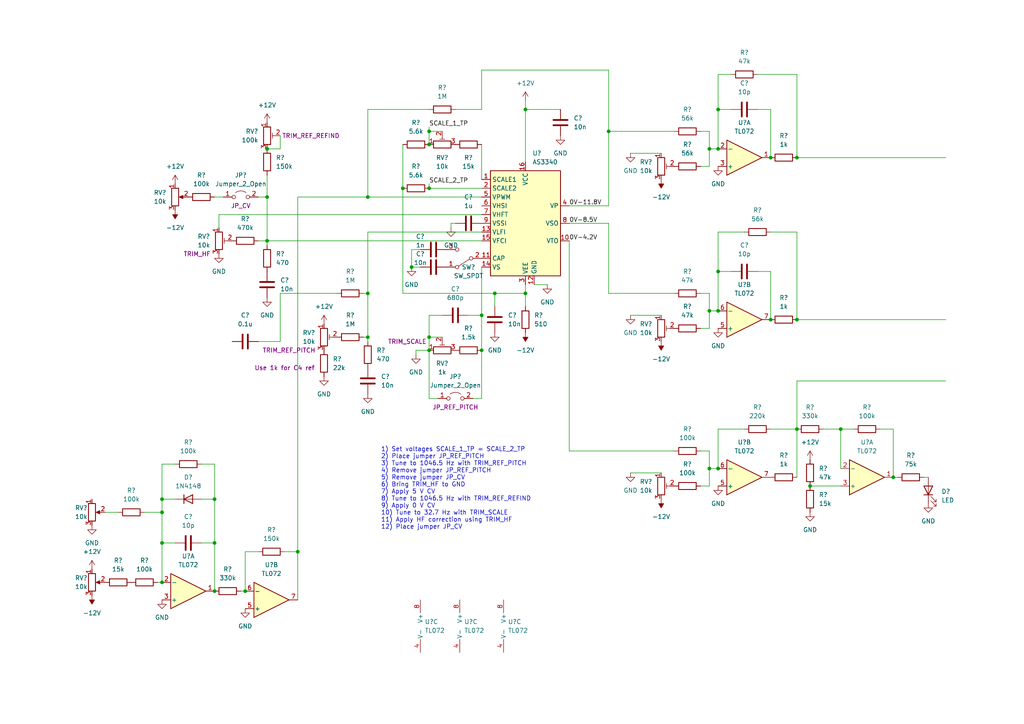
<source format=kicad_sch>
(kicad_sch (version 20211123) (generator eeschema)
  (paper "A4")
  (lib_symbols
    (symbol "Amplifier_Operational:TL072" (pin_names (offset 0.127))
      (property "Reference" "U" (at 0 5.08 0))
      (property "Value" "TL072" (at 0 -5.08 0))
      (symbol "TL072_1_1"
        (polyline (pts (xy -5.08 5.08) (xy 5.08 0) (xy -5.08 -5.08) (xy -5.08 5.08)) (stroke (width 0.254)) (fill (type background)))
        (pin output line (at 7.62 0 180) (length 2.54) (name "~") (number "1"))
        (pin input line (at -7.62 -2.54 0) (length 2.54) (name "-") (number "2"))
        (pin input line (at -7.62 2.54 0) (length 2.54) (name "+") (number "3"))
      )
      (symbol "TL072_2_1"
        (polyline (pts (xy -5.08 5.08) (xy 5.08 0) (xy -5.08 -5.08) (xy -5.08 5.08)) (stroke (width 0.254)) (fill (type background)))
        (pin input line (at -7.62 2.54 0) (length 2.54) (name "+") (number "5"))
        (pin input line (at -7.62 -2.54 0) (length 2.54) (name "-") (number "6"))
        (pin output line (at 7.62 0 180) (length 2.54) (name "~") (number "7"))
      )
      (symbol "TL072_3_1"
        (pin power_in line (at -2.54 -7.62 90) (length 3.81) (name "V-") (number "4"))
        (pin power_in line (at -2.54 7.62 270) (length 3.81) (name "V+") (number "8"))
      )
    )
    (symbol "Audio:AS3340"
      (property "Reference" "U" (at -5.08 17.78 0))
      (property "Value" "AS3340" (at 5.08 17.78 0))
      (symbol "AS3340_0_1"
        (rectangle (start -10.16 15.24) (end 10.16 -15.24) (stroke (width 0.254)) (fill (type background)))
      )
      (symbol "AS3340_1_1"
        (pin input line (at -12.7 12.7 0) (length 2.54) (name "SCALE1") (number "1"))
        (pin output line (at 12.7 -5.08 180) (length 2.54) (name "VTO") (number "10"))
        (pin passive line (at -12.7 -10.16 0) (length 2.54) (name "CAP") (number "11"))
        (pin power_in line (at 2.54 -17.78 90) (length 2.54) (name "GND") (number "12"))
        (pin input line (at -12.7 -2.54 0) (length 2.54) (name "VLFI") (number "13"))
        (pin passive line (at -12.7 -12.7 0) (length 2.54) (name "VS") (number "14"))
        (pin input line (at -12.7 -5.08 0) (length 2.54) (name "VFCI") (number "15"))
        (pin power_in line (at 0 17.78 270) (length 2.54) (name "VCC") (number "16"))
        (pin input line (at -12.7 10.16 0) (length 2.54) (name "SCALE2") (number "2"))
        (pin power_in line (at 0 -17.78 90) (length 2.54) (name "VEE") (number "3"))
        (pin output line (at 12.7 5.08 180) (length 2.54) (name "VP") (number "4"))
        (pin input line (at -12.7 7.62 0) (length 2.54) (name "VPWM") (number "5"))
        (pin input line (at -12.7 5.08 0) (length 2.54) (name "VHSI") (number "6"))
        (pin input line (at -12.7 2.54 0) (length 2.54) (name "VHFT") (number "7"))
        (pin output line (at 12.7 0 180) (length 2.54) (name "VSO") (number "8"))
        (pin input line (at -12.7 0 0) (length 2.54) (name "VSSI") (number "9"))
      )
    )
    (symbol "Device:C" (pin_numbers hide) (pin_names (offset 0.254))
      (property "Reference" "C" (at 0.635 2.54 0))
      (property "Value" "C" (at 0.635 -2.54 0))
      (symbol "C_0_1"
        (polyline (pts (xy -2.032 -0.762) (xy 2.032 -0.762)) (stroke (width 0.508)))
        (polyline (pts (xy -2.032 0.762) (xy 2.032 0.762)) (stroke (width 0.508)))
      )
      (symbol "C_1_1"
        (pin passive line (at 0 3.81 270) (length 2.794) (name "~") (number "1"))
        (pin passive line (at 0 -3.81 90) (length 2.794) (name "~") (number "2"))
      )
    )
    (symbol "Device:LED" (pin_numbers hide) (pin_names (offset 1.016) hide)
      (property "Reference" "D" (at 0 2.54 0))
      (property "Value" "LED" (at 0 -2.54 0))
      (symbol "LED_0_1"
        (polyline (pts (xy -1.27 -1.27) (xy -1.27 1.27)) (stroke (width 0.254)))
        (polyline (pts (xy -1.27 0) (xy 1.27 0)))
        (polyline (pts (xy 1.27 -1.27) (xy 1.27 1.27) (xy -1.27 0) (xy 1.27 -1.27)) (stroke (width 0.254)))
        (polyline (pts (xy -3.048 -0.762) (xy -4.572 -2.286) (xy -3.81 -2.286) (xy -4.572 -2.286) (xy -4.572 -1.524)))
        (polyline (pts (xy -1.778 -0.762) (xy -3.302 -2.286) (xy -2.54 -2.286) (xy -3.302 -2.286) (xy -3.302 -1.524)))
      )
      (symbol "LED_1_1"
        (pin passive line (at -3.81 0 0) (length 2.54) (name "K") (number "1"))
        (pin passive line (at 3.81 0 180) (length 2.54) (name "A") (number "2"))
      )
    )
    (symbol "Device:R" (pin_numbers hide) (pin_names (offset 0))
      (property "Reference" "R" (at 2.032 0 90))
      (property "Value" "R" (at 0 0 90))
      (symbol "R_0_1"
        (rectangle (start -1.016 -2.54) (end 1.016 2.54) (stroke (width 0.254)))
      )
      (symbol "R_1_1"
        (pin passive line (at 0 3.81 270) (length 1.27) (name "~") (number "1"))
        (pin passive line (at 0 -3.81 90) (length 1.27) (name "~") (number "2"))
      )
    )
    (symbol "Device:R_Potentiometer" (pin_names (offset 1.016) hide)
      (property "Reference" "RV" (at -4.445 0 90))
      (property "Value" "R_Potentiometer" (at -2.54 0 90))
      (symbol "R_Potentiometer_0_1"
        (polyline (pts (xy 2.54 0) (xy 1.524 0)))
        (polyline (pts (xy 1.143 0) (xy 2.286 0.508) (xy 2.286 -0.508) (xy 1.143 0)) (fill (type outline)))
        (rectangle (start 1.016 2.54) (end -1.016 -2.54) (stroke (width 0.254)))
      )
      (symbol "R_Potentiometer_1_1"
        (pin passive line (at 0 3.81 270) (length 1.27) (name "1") (number "1"))
        (pin passive line (at 3.81 0 180) (length 1.27) (name "2") (number "2"))
        (pin passive line (at 0 -3.81 90) (length 1.27) (name "3") (number "3"))
      )
    )
    (symbol "Device:R_Potentiometer_Trim" (pin_names (offset 1.016) hide)
      (property "Reference" "RV" (at -4.445 0 90))
      (property "Value" "R_Potentiometer_Trim" (at -2.54 0 90))
      (symbol "R_Potentiometer_Trim_0_1"
        (polyline (pts (xy 1.524 0.762) (xy 1.524 -0.762)))
        (polyline (pts (xy 2.54 0) (xy 1.524 0)))
        (rectangle (start 1.016 2.54) (end -1.016 -2.54) (stroke (width 0.254)))
      )
      (symbol "R_Potentiometer_Trim_1_1"
        (pin passive line (at 0 3.81 270) (length 1.27) (name "1") (number "1"))
        (pin passive line (at 3.81 0 180) (length 1.27) (name "2") (number "2"))
        (pin passive line (at 0 -3.81 90) (length 1.27) (name "3") (number "3"))
      )
    )
    (symbol "Diode:1N4148" (pin_numbers hide) (pin_names hide)
      (property "Reference" "D" (at 0 2.54 0))
      (property "Value" "1N4148" (at 0 -2.54 0))
      (symbol "1N4148_0_1"
        (polyline (pts (xy -1.27 1.27) (xy -1.27 -1.27)) (stroke (width 0.254)))
        (polyline (pts (xy 1.27 0) (xy -1.27 0)))
        (polyline (pts (xy 1.27 1.27) (xy 1.27 -1.27) (xy -1.27 0) (xy 1.27 1.27)) (stroke (width 0.254)))
      )
      (symbol "1N4148_1_1"
        (pin passive line (at -3.81 0 0) (length 2.54) (name "K") (number "1"))
        (pin passive line (at 3.81 0 180) (length 2.54) (name "A") (number "2"))
      )
    )
    (symbol "Jumper:Jumper_2_Open" (pin_names (offset 0) hide)
      (property "Reference" "JP" (at 0 2.794 0))
      (property "Value" "Jumper_2_Open" (at 0 -2.286 0))
      (symbol "Jumper_2_Open_0_0"
        (circle (center -2.032 0) (radius 0.508))
        (circle (center 2.032 0) (radius 0.508))
      )
      (symbol "Jumper_2_Open_0_1"
        (arc (start 1.524 1.27) (mid 0 1.778) (end -1.524 1.27))
      )
      (symbol "Jumper_2_Open_1_1"
        (pin passive line (at -5.08 0 0) (length 2.54) (name "A") (number "1"))
        (pin passive line (at 5.08 0 180) (length 2.54) (name "B") (number "2"))
      )
    )
    (symbol "Switch:SW_SPDT" (pin_names (offset 0) hide)
      (property "Reference" "SW" (at 0 4.318 0))
      (property "Value" "SW_SPDT" (at 0 -5.08 0))
      (symbol "SW_SPDT_0_0"
        (circle (center -2.032 0) (radius 0.508))
        (circle (center 2.032 -2.54) (radius 0.508))
      )
      (symbol "SW_SPDT_0_1"
        (polyline (pts (xy -1.524 0.254) (xy 1.651 2.286)))
        (circle (center 2.032 2.54) (radius 0.508))
      )
      (symbol "SW_SPDT_1_1"
        (pin passive line (at 5.08 2.54 180) (length 2.54) (name "A") (number "1"))
        (pin passive line (at -5.08 0 0) (length 2.54) (name "B") (number "2"))
        (pin passive line (at 5.08 -2.54 180) (length 2.54) (name "C") (number "3"))
      )
    )
    (symbol "power:+12V" (power) (pin_names (offset 0))
      (property "Value" "+12V" (at 0 3.556 0))
      (symbol "+12V_0_1"
        (polyline (pts (xy -0.762 1.27) (xy 0 2.54)))
        (polyline (pts (xy 0 0) (xy 0 2.54)))
        (polyline (pts (xy 0 2.54) (xy 0.762 1.27)))
      )
      (symbol "+12V_1_1"
        (pin power_in line (at 0 0 90) (length 0) hide (name "+12V") (number "1"))
      )
    )
    (symbol "power:-12V" (power) (pin_names (offset 0))
      (property "Value" "-12V" (at 0 3.81 0))
      (symbol "-12V_0_0"
        (pin power_in line (at 0 0 90) (length 0) hide (name "-12V") (number "1"))
      )
      (symbol "-12V_0_1"
        (polyline (pts (xy 0 0) (xy 0 1.27) (xy 0.762 1.27) (xy 0 2.54) (xy -0.762 1.27) (xy 0 1.27)) (fill (type outline)))
      )
    )
    (symbol "power:GND" (power) (pin_names (offset 0))
      (property "Value" "GND" (at 0 -3.81 0))
      (symbol "GND_0_1"
        (polyline (pts (xy 0 0) (xy 0 -1.27) (xy 1.27 -1.27) (xy 0 -2.54) (xy -1.27 -1.27) (xy 0 -1.27)))
      )
      (symbol "GND_1_1"
        (pin power_in line (at 0 0 270) (length 0) hide (name "GND") (number "1"))
      )
    )
  )
  (junction (at 77.47 69.85))
  (junction (at 46.99 157.48))
  (junction (at 124.46 54.61))
  (junction (at 143.51 85.09))
  (junction (at 119.38 77.47))
  (junction (at 46.99 148.59))
  (junction (at 243.84 124.46))
  (junction (at 223.52 92.71))
  (junction (at 139.7 91.44))
  (junction (at 124.46 101.6))
  (junction (at 106.68 97.79))
  (junction (at 205.74 43.18))
  (junction (at 231.14 124.46))
  (junction (at 208.28 31.75))
  (junction (at 62.23 144.78))
  (junction (at 46.99 144.78))
  (junction (at 208.28 135.89))
  (junction (at 208.28 90.17))
  (junction (at 106.68 85.09))
  (junction (at 259.08 138.43))
  (junction (at 116.84 54.61))
  (junction (at 223.52 45.72))
  (junction (at 86.36 160.02))
  (junction (at 205.74 90.17))
  (junction (at 208.28 78.74))
  (junction (at 62.23 171.45))
  (junction (at 77.47 57.15))
  (junction (at 71.12 171.45))
  (junction (at 124.46 41.91))
  (junction (at 231.14 92.71))
  (junction (at 208.28 43.18))
  (junction (at 152.4 85.09))
  (junction (at 124.46 97.79))
  (junction (at 176.53 38.1))
  (junction (at 77.47 43.18))
  (junction (at 205.74 135.89))
  (junction (at 234.95 140.97))
  (junction (at 62.23 157.48))
  (junction (at 152.4 31.75))
  (junction (at 139.7 101.6))
  (junction (at 46.99 168.91))
  (junction (at 106.68 57.15))
  (junction (at 124.46 38.1))
  (junction (at 231.14 45.72))
  (wire (pts (xy 139.7 31.75) (xy 139.7 20.32)))
  (wire (pts (xy 208.28 31.75) (xy 208.28 43.18)))
  (wire (pts (xy 124.46 97.79) (xy 124.46 101.6)))
  (wire (pts (xy 231.14 21.59) (xy 231.14 45.72)))
  (wire (pts (xy 124.46 31.75) (xy 106.68 31.75)))
  (wire (pts (xy 46.99 157.48) (xy 46.99 168.91)))
  (wire (pts (xy 205.74 48.26) (xy 205.74 43.18)))
  (wire (pts (xy 77.47 71.12) (xy 77.47 69.85)))
  (wire (pts (xy 231.14 124.46) (xy 231.14 110.49)))
  (wire (pts (xy 74.93 69.85) (xy 77.47 69.85)))
  (wire (pts (xy 208.28 124.46) (xy 208.28 135.89)))
  (wire (pts (xy 208.28 78.74) (xy 212.09 78.74)))
  (wire (pts (xy 139.7 101.6) (xy 139.7 115.57)))
  (wire (pts (xy 62.23 134.62) (xy 62.23 144.78)))
  (wire (pts (xy 139.7 77.47) (xy 139.7 91.44)))
  (wire (pts (xy 45.72 168.91) (xy 46.99 168.91)))
  (wire (pts (xy 143.51 85.09) (xy 116.84 85.09)))
  (wire (pts (xy 77.47 50.8) (xy 77.47 57.15)))
  (wire (pts (xy 124.46 101.6) (xy 124.46 115.57)))
  (wire (pts (xy 182.88 137.16) (xy 191.77 137.16)))
  (wire (pts (xy 234.95 140.97) (xy 243.84 140.97)))
  (wire (pts (xy 152.4 29.21) (xy 152.4 31.75)))
  (wire (pts (xy 139.7 41.91) (xy 139.7 52.07)))
  (wire (pts (xy 86.36 160.02) (xy 86.36 173.99)))
  (wire (pts (xy 223.52 67.31) (xy 231.14 67.31)))
  (wire (pts (xy 127 115.57) (xy 124.46 115.57)))
  (wire (pts (xy 152.4 85.09) (xy 143.51 85.09)))
  (wire (pts (xy 152.4 85.09) (xy 152.4 88.9)))
  (wire (pts (xy 62.23 57.15) (xy 64.77 57.15)))
  (wire (pts (xy 124.46 36.83) (xy 124.46 38.1)))
  (wire (pts (xy 116.84 85.09) (xy 116.84 54.61)))
  (wire (pts (xy 205.74 85.09) (xy 205.74 90.17)))
  (wire (pts (xy 182.88 44.45) (xy 191.77 44.45)))
  (wire (pts (xy 247.65 124.46) (xy 243.84 124.46)))
  (wire (pts (xy 219.71 31.75) (xy 223.52 31.75)))
  (wire (pts (xy 74.93 57.15) (xy 77.47 57.15)))
  (wire (pts (xy 81.28 99.06) (xy 81.28 85.09)))
  (wire (pts (xy 203.2 85.09) (xy 205.74 85.09)))
  (wire (pts (xy 215.9 124.46) (xy 208.28 124.46)))
  (wire (pts (xy 86.36 57.15) (xy 86.36 160.02)))
  (wire (pts (xy 34.29 148.59) (xy 30.48 148.59)))
  (wire (pts (xy 243.84 124.46) (xy 243.84 135.89)))
  (wire (pts (xy 132.08 64.77) (xy 130.81 64.77)))
  (wire (pts (xy 195.58 85.09) (xy 176.53 85.09)))
  (wire (pts (xy 119.38 72.39) (xy 121.92 72.39)))
  (wire (pts (xy 255.27 124.46) (xy 259.08 124.46)))
  (wire (pts (xy 212.09 21.59) (xy 208.28 21.59)))
  (wire (pts (xy 106.68 31.75) (xy 106.68 57.15)))
  (wire (pts (xy 120.65 102.87) (xy 120.65 101.6)))
  (wire (pts (xy 128.27 91.44) (xy 124.46 91.44)))
  (wire (pts (xy 58.42 134.62) (xy 62.23 134.62)))
  (wire (pts (xy 259.08 124.46) (xy 259.08 138.43)))
  (wire (pts (xy 219.71 78.74) (xy 223.52 78.74)))
  (wire (pts (xy 176.53 38.1) (xy 176.53 59.69)))
  (wire (pts (xy 205.74 38.1) (xy 205.74 43.18)))
  (wire (pts (xy 208.28 67.31) (xy 208.28 78.74)))
  (wire (pts (xy 238.76 124.46) (xy 243.84 124.46)))
  (wire (pts (xy 130.81 64.77) (xy 130.81 66.04)))
  (wire (pts (xy 74.93 99.06) (xy 81.28 99.06)))
  (wire (pts (xy 176.53 64.77) (xy 165.1 64.77)))
  (wire (pts (xy 58.42 144.78) (xy 62.23 144.78)))
  (wire (pts (xy 176.53 38.1) (xy 195.58 38.1)))
  (wire (pts (xy 81.28 85.09) (xy 97.79 85.09)))
  (wire (pts (xy 203.2 140.97) (xy 205.74 140.97)))
  (wire (pts (xy 176.53 85.09) (xy 176.53 64.77)))
  (wire (pts (xy 124.46 53.34) (xy 124.46 54.61)))
  (wire (pts (xy 106.68 57.15) (xy 139.7 57.15)))
  (wire (pts (xy 82.55 160.02) (xy 86.36 160.02)))
  (wire (pts (xy 205.74 95.25) (xy 205.74 90.17)))
  (wire (pts (xy 106.68 97.79) (xy 106.68 99.06)))
  (wire (pts (xy 231.14 110.49) (xy 274.32 110.49)))
  (wire (pts (xy 205.74 43.18) (xy 208.28 43.18)))
  (wire (pts (xy 215.9 67.31) (xy 208.28 67.31)))
  (wire (pts (xy 41.91 148.59) (xy 46.99 148.59)))
  (wire (pts (xy 128.27 38.1) (xy 124.46 38.1)))
  (wire (pts (xy 74.93 160.02) (xy 71.12 160.02)))
  (wire (pts (xy 205.74 130.81) (xy 205.74 135.89)))
  (wire (pts (xy 124.46 38.1) (xy 124.46 41.91)))
  (wire (pts (xy 81.28 39.37) (xy 81.28 43.18)))
  (wire (pts (xy 139.7 20.32) (xy 176.53 20.32)))
  (wire (pts (xy 106.68 67.31) (xy 139.7 67.31)))
  (wire (pts (xy 119.38 77.47) (xy 121.92 77.47)))
  (wire (pts (xy 77.47 69.85) (xy 139.7 69.85)))
  (wire (pts (xy 231.14 92.71) (xy 274.32 92.71)))
  (wire (pts (xy 208.28 31.75) (xy 212.09 31.75)))
  (wire (pts (xy 81.28 43.18) (xy 77.47 43.18)))
  (wire (pts (xy 58.42 157.48) (xy 62.23 157.48)))
  (wire (pts (xy 259.08 138.43) (xy 260.35 138.43)))
  (wire (pts (xy 62.23 144.78) (xy 62.23 157.48)))
  (wire (pts (xy 223.52 31.75) (xy 223.52 45.72)))
  (wire (pts (xy 106.68 57.15) (xy 86.36 57.15)))
  (wire (pts (xy 223.52 78.74) (xy 223.52 92.71)))
  (wire (pts (xy 139.7 62.23) (xy 63.5 62.23)))
  (wire (pts (xy 137.16 115.57) (xy 139.7 115.57)))
  (wire (pts (xy 152.4 82.55) (xy 152.4 85.09)))
  (wire (pts (xy 165.1 69.85) (xy 165.1 130.81)))
  (wire (pts (xy 120.65 101.6) (xy 124.46 101.6)))
  (wire (pts (xy 139.7 91.44) (xy 139.7 101.6)))
  (wire (pts (xy 143.51 85.09) (xy 143.51 88.9)))
  (wire (pts (xy 77.47 57.15) (xy 77.47 69.85)))
  (wire (pts (xy 182.88 91.44) (xy 191.77 91.44)))
  (wire (pts (xy 231.14 45.72) (xy 274.32 45.72)))
  (wire (pts (xy 105.41 97.79) (xy 106.68 97.79)))
  (wire (pts (xy 176.53 20.32) (xy 176.53 38.1)))
  (wire (pts (xy 116.84 41.91) (xy 116.84 54.61)))
  (wire (pts (xy 71.12 160.02) (xy 71.12 171.45)))
  (wire (pts (xy 135.89 91.44) (xy 139.7 91.44)))
  (wire (pts (xy 62.23 157.48) (xy 62.23 171.45)))
  (wire (pts (xy 46.99 148.59) (xy 46.99 157.48)))
  (wire (pts (xy 128.27 97.79) (xy 124.46 97.79)))
  (wire (pts (xy 205.74 135.89) (xy 208.28 135.89)))
  (wire (pts (xy 267.97 138.43) (xy 269.24 138.43)))
  (wire (pts (xy 152.4 31.75) (xy 162.56 31.75)))
  (wire (pts (xy 205.74 90.17) (xy 208.28 90.17)))
  (wire (pts (xy 203.2 48.26) (xy 205.74 48.26)))
  (wire (pts (xy 105.41 85.09) (xy 106.68 85.09)))
  (wire (pts (xy 69.85 171.45) (xy 71.12 171.45)))
  (wire (pts (xy 203.2 130.81) (xy 205.74 130.81)))
  (wire (pts (xy 208.28 21.59) (xy 208.28 31.75)))
  (wire (pts (xy 106.68 67.31) (xy 106.68 85.09)))
  (wire (pts (xy 63.5 62.23) (xy 63.5 66.04)))
  (wire (pts (xy 203.2 95.25) (xy 205.74 95.25)))
  (wire (pts (xy 231.14 124.46) (xy 231.14 138.43)))
  (wire (pts (xy 50.8 144.78) (xy 46.99 144.78)))
  (wire (pts (xy 119.38 72.39) (xy 119.38 77.47)))
  (wire (pts (xy 50.8 157.48) (xy 46.99 157.48)))
  (wire (pts (xy 139.7 54.61) (xy 124.46 54.61)))
  (wire (pts (xy 154.94 82.55) (xy 158.75 82.55)))
  (wire (pts (xy 205.74 140.97) (xy 205.74 135.89)))
  (wire (pts (xy 165.1 130.81) (xy 195.58 130.81)))
  (wire (pts (xy 203.2 38.1) (xy 205.74 38.1)))
  (wire (pts (xy 46.99 144.78) (xy 46.99 148.59)))
  (wire (pts (xy 223.52 124.46) (xy 231.14 124.46)))
  (wire (pts (xy 176.53 59.69) (xy 165.1 59.69)))
  (wire (pts (xy 219.71 21.59) (xy 231.14 21.59)))
  (wire (pts (xy 46.99 134.62) (xy 46.99 144.78)))
  (wire (pts (xy 50.8 134.62) (xy 46.99 134.62)))
  (wire (pts (xy 106.68 85.09) (xy 106.68 97.79)))
  (wire (pts (xy 208.28 78.74) (xy 208.28 90.17)))
  (wire (pts (xy 152.4 31.75) (xy 152.4 46.99)))
  (wire (pts (xy 132.08 31.75) (xy 139.7 31.75)))
  (wire (pts (xy 231.14 67.31) (xy 231.14 92.71)))
  (wire (pts (xy 124.46 91.44) (xy 124.46 97.79)))
  (text "1) Set voltages SCALE_1_TP = SCALE_2_TP\n2) Place jumper JP_REF_PITCH\n3) Tune to 1046.5 Hz with TRIM_REF_PITCH\n4) Remove jumper JP_REF_PITCH\n5) Remove jumper JP_CV\n6) Bring TRIM_HF to GND\n7) Apply 5 V CV\n8) Tune to 1046.5 Hz with TRIM_REF_REFIND\n9) Apply 0 V CV\n10) Tune to 32.7 Hz with TRIM_SCALE\n11) Apply HF correction using TRIM_HF\n12) Place jumper JP_CV\n" (at 110.49 153.67 0) (effects (font (size 1.27 1.27)) (justify left bottom)))
  (label "0V-4.2V" (at 165.1 69.85 0))
  (label "0V-11.8V" (at 165.1 59.69 0))
  (label "SCALE_1_TP" (at 124.46 36.83 0))
  (label "SCALE_2_TP" (at 124.46 53.34 0))
  (label "0V-8.5V" (at 165.1 64.77 0))
  (symbol (lib_id "Device:R") (at 78.74 160.02 90) (unit 1)
    (property "Reference" "R?" (at 78.74 153.67 90))
    (property "Value" "150k" (at 78.74 156.21 90))
  )
  (symbol (lib_id "Amplifier_Operational:TL072") (at 215.9 45.72 0) (mirror x) (unit 1)
    (property "Reference" "U?" (at 215.9 35.56 0))
    (property "Value" "TL072" (at 215.9 38.1 0))
    (property "Datasheet" "http://www.ti.com/lit/ds/symlink/tl071.pdf" (effects hide))
  )
  (symbol (lib_id "Device:R") (at 93.98 105.41 0) (unit 1)
    (property "Reference" "R?" (at 96.52 104.1399 0) (effects (justify left)))
    (property "Value" "22k" (at 96.52 106.6799 0) (effects (justify left)))
    (property "Notes" "Use 1k for C4 ref" (at 82.55 106.68 0))
  )
  (symbol (lib_id "Amplifier_Operational:TL072") (at 54.61 171.45 0) (mirror x) (unit 1)
    (property "Reference" "U?" (at 54.61 161.29 0))
    (property "Value" "TL072" (at 54.61 163.83 0))
    (property "Datasheet" "http://www.ti.com/lit/ds/symlink/tl071.pdf" (effects hide))
  )
  (symbol (lib_id "power:GND") (at 208.28 140.97 0) (unit 1)
    (property "Reference" "#PWR?" (effects hide))
    (property "Value" "GND" (at 208.28 146.05 0))
  )
  (symbol (lib_id "Device:R") (at 120.65 41.91 90) (unit 1)
    (property "Reference" "R?" (at 120.65 35.56 90))
    (property "Value" "5.6k" (at 120.65 38.1 90))
  )
  (symbol (lib_id "Device:R") (at 199.39 85.09 90) (unit 1)
    (property "Reference" "R?" (at 199.39 78.74 90))
    (property "Value" "47k" (at 199.39 81.28 90))
  )
  (symbol (lib_id "Device:R") (at 227.33 45.72 90) (unit 1)
    (property "Reference" "R?" (at 227.33 39.37 90))
    (property "Value" "1k" (at 227.33 41.91 90))
  )
  (symbol (lib_id "power:GND") (at 71.12 176.53 0) (unit 1)
    (property "Reference" "#PWR?" (effects hide))
    (property "Value" "GND" (at 71.12 181.61 0))
  )
  (symbol (lib_id "Device:C") (at 54.61 157.48 90) (unit 1)
    (property "Reference" "C?" (at 54.61 149.86 90))
    (property "Value" "10p" (at 54.61 152.4 90))
  )
  (symbol (lib_id "power:GND") (at 77.47 86.36 0) (unit 1)
    (property "Reference" "#PWR?" (effects hide))
    (property "Value" "GND" (at 77.47 91.44 0))
  )
  (symbol (lib_id "Device:R_Potentiometer") (at 50.8 57.15 0) (unit 1)
    (property "Reference" "RV?" (at 48.26 55.8799 0) (effects (justify right)))
    (property "Value" "10k" (at 48.26 58.4199 0) (effects (justify right)))
  )
  (symbol (lib_id "Device:R") (at 71.12 69.85 90) (unit 1)
    (property "Reference" "R?" (at 71.12 63.5 90))
    (property "Value" "470k" (at 71.12 66.04 90))
  )
  (symbol (lib_id "Device:R") (at 58.42 57.15 90) (unit 1)
    (property "Reference" "R?" (at 58.42 50.8 90))
    (property "Value" "100k" (at 58.42 53.34 90))
  )
  (symbol (lib_id "power:GND") (at 46.99 173.99 0) (unit 1)
    (property "Reference" "#PWR?" (effects hide))
    (property "Value" "GND" (at 46.99 179.07 0))
  )
  (symbol (lib_id "Device:R") (at 199.39 140.97 90) (unit 1)
    (property "Reference" "R?" (at 199.39 134.62 90))
    (property "Value" "100k" (at 199.39 137.16 90))
  )
  (symbol (lib_id "Device:C") (at 162.56 35.56 180) (unit 1)
    (property "Reference" "C?" (at 166.37 34.2899 0) (effects (justify right)))
    (property "Value" "10n" (at 166.37 36.8299 0) (effects (justify right)))
  )
  (symbol (lib_id "Device:R_Potentiometer_Trim") (at 93.98 97.79 0) (unit 1)
    (property "Reference" "RV?" (at 91.44 96.5199 0) (effects (justify right)))
    (property "Value" "10k" (at 91.44 99.0599 0) (effects (justify right)))
    (property "Notes" "TRIM_REF_PITCH" (at 83.82 101.6 0))
  )
  (symbol (lib_id "Device:R") (at 199.39 130.81 90) (unit 1)
    (property "Reference" "R?" (at 199.39 124.46 90))
    (property "Value" "100k" (at 199.39 127 90))
  )
  (symbol (lib_id "Device:R_Potentiometer") (at 26.67 168.91 0) (unit 1)
    (property "Reference" "RV?" (at 25.4 167.6399 0) (effects (justify right)))
    (property "Value" "10k" (at 25.4 170.1799 0) (effects (justify right)))
  )
  (symbol (lib_id "Device:R_Potentiometer_Trim") (at 63.5 69.85 0) (unit 1)
    (property "Reference" "RV?" (at 60.96 68.5799 0) (effects (justify right)))
    (property "Value" "10k" (at 60.96 71.1199 0) (effects (justify right)))
    (property "Notes" "TRIM_HF" (at 57.15 73.66 0))
  )
  (symbol (lib_id "Device:R") (at 54.61 134.62 90) (unit 1)
    (property "Reference" "R?" (at 54.61 128.27 90))
    (property "Value" "100k" (at 54.61 130.81 90))
  )
  (symbol (lib_id "power:GND") (at 234.95 148.59 0) (unit 1)
    (property "Reference" "#PWR?" (effects hide))
    (property "Value" "GND" (at 234.95 153.67 0))
  )
  (symbol (lib_id "Device:R") (at 234.95 137.16 180) (unit 1)
    (property "Reference" "R?" (at 237.49 135.8899 0) (effects (justify right)))
    (property "Value" "47k" (at 237.49 138.4299 0) (effects (justify right)))
  )
  (symbol (lib_id "Device:R") (at 199.39 95.25 90) (unit 1)
    (property "Reference" "R?" (at 199.39 88.9 90))
    (property "Value" "47k" (at 199.39 91.44 90))
  )
  (symbol (lib_id "power:GND") (at 182.88 137.16 0) (unit 1)
    (property "Reference" "#PWR?" (effects hide))
    (property "Value" "GND" (at 182.88 142.24 0))
  )
  (symbol (lib_id "Device:R") (at 219.71 124.46 90) (unit 1)
    (property "Reference" "R?" (at 219.71 118.11 90))
    (property "Value" "220k" (at 219.71 120.65 90))
  )
  (symbol (lib_id "Device:C") (at 143.51 92.71 180) (unit 1)
    (property "Reference" "C?" (at 147.32 91.4399 0) (effects (justify right)))
    (property "Value" "10n" (at 147.32 93.9799 0) (effects (justify right)))
  )
  (symbol (lib_id "power:GND") (at 130.81 66.04 0) (unit 1)
    (property "Reference" "#PWR?" (effects hide))
    (property "Value" "GND" (at 130.81 71.12 0))
  )
  (symbol (lib_id "Device:R") (at 41.91 168.91 90) (unit 1)
    (property "Reference" "R?" (at 41.91 162.56 90))
    (property "Value" "100k" (at 41.91 165.1 90))
  )
  (symbol (lib_id "power:-12V") (at 152.4 96.52 180) (unit 1)
    (property "Reference" "#PWR?" (effects hide))
    (property "Value" "-12V" (at 152.4 101.6 0))
  )
  (symbol (lib_id "Device:C") (at 132.08 91.44 90) (unit 1)
    (property "Reference" "C?" (at 132.08 83.82 90))
    (property "Value" "680p" (at 132.08 86.36 90))
  )
  (symbol (lib_id "power:GND") (at 182.88 91.44 0) (unit 1)
    (property "Reference" "#PWR?" (effects hide))
    (property "Value" "GND" (at 182.88 96.52 0))
  )
  (symbol (lib_id "Device:C") (at 106.68 110.49 0) (unit 1)
    (property "Reference" "C?" (at 110.49 109.2199 0) (effects (justify left)))
    (property "Value" "10n" (at 110.49 111.7599 0) (effects (justify left)))
  )
  (symbol (lib_id "power:GND") (at 119.38 77.47 0) (unit 1)
    (property "Reference" "#PWR?" (effects hide))
    (property "Value" "GND" (at 119.38 82.55 0))
  )
  (symbol (lib_id "Device:R") (at 77.47 74.93 0) (unit 1)
    (property "Reference" "R?" (at 80.01 73.6599 0) (effects (justify left)))
    (property "Value" "470" (at 80.01 76.1999 0) (effects (justify left)))
  )
  (symbol (lib_id "Device:R") (at 234.95 124.46 90) (unit 1)
    (property "Reference" "R?" (at 234.95 118.11 90))
    (property "Value" "330k" (at 234.95 120.65 90))
  )
  (symbol (lib_id "Device:R") (at 264.16 138.43 90) (unit 1)
    (property "Reference" "R?" (at 264.16 132.08 90))
    (property "Value" "75k" (at 264.16 134.62 90))
  )
  (symbol (lib_id "Device:R") (at 66.04 171.45 90) (unit 1)
    (property "Reference" "R?" (at 66.04 165.1 90))
    (property "Value" "330k" (at 66.04 167.64 90))
  )
  (symbol (lib_id "power:GND") (at 120.65 102.87 0) (unit 1)
    (property "Reference" "#PWR?" (effects hide))
    (property "Value" "GND" (at 120.65 107.95 0))
  )
  (symbol (lib_id "Amplifier_Operational:TL072") (at 148.59 181.61 0) (unit 3)
    (property "Reference" "U?" (at 147.32 180.3399 0) (effects (justify left)))
    (property "Value" "TL072" (at 147.32 182.8799 0) (effects (justify left)))
    (property "Datasheet" "http://www.ti.com/lit/ds/symlink/tl071.pdf" (effects hide))
  )
  (symbol (lib_id "Device:R") (at 101.6 97.79 90) (unit 1)
    (property "Reference" "R?" (at 101.6 91.44 90))
    (property "Value" "1M" (at 101.6 93.98 90))
  )
  (symbol (lib_id "Device:R_Potentiometer_Trim") (at 128.27 101.6 90) (unit 1)
    (property "Reference" "RV?" (at 128.27 105.41 90))
    (property "Value" "1k" (at 128.27 107.95 90))
    (property "Notes" "TRIM_SCALE" (at 118.11 99.06 90))
  )
  (symbol (lib_id "Device:R") (at 34.29 168.91 90) (unit 1)
    (property "Reference" "R?" (at 34.29 162.56 90))
    (property "Value" "15k" (at 34.29 165.1 90))
  )
  (symbol (lib_id "power:GND") (at 63.5 73.66 0) (unit 1)
    (property "Reference" "#PWR?" (effects hide))
    (property "Value" "GND" (at 63.5 78.74 0))
  )
  (symbol (lib_id "Amplifier_Operational:TL072") (at 78.74 173.99 0) (mirror x) (unit 2)
    (property "Reference" "U?" (at 78.74 163.83 0))
    (property "Value" "TL072" (at 78.74 166.37 0))
    (property "Datasheet" "http://www.ti.com/lit/ds/symlink/tl071.pdf" (effects hide))
  )
  (symbol (lib_id "Amplifier_Operational:TL072") (at 135.89 181.61 0) (unit 3)
    (property "Reference" "U?" (at 134.62 180.3399 0) (effects (justify left)))
    (property "Value" "TL072" (at 134.62 182.8799 0) (effects (justify left)))
    (property "Datasheet" "http://www.ti.com/lit/ds/symlink/tl071.pdf" (effects hide))
  )
  (symbol (lib_id "Device:R") (at 101.6 85.09 90) (unit 1)
    (property "Reference" "R?" (at 101.6 78.74 90))
    (property "Value" "1M" (at 101.6 81.28 90))
  )
  (symbol (lib_id "power:GND") (at 26.67 152.4 0) (unit 1)
    (property "Reference" "#PWR?" (effects hide))
    (property "Value" "GND" (at 26.67 157.48 0))
  )
  (symbol (lib_id "Device:R_Potentiometer_Trim") (at 191.77 140.97 0) (unit 1)
    (property "Reference" "RV?" (at 189.23 139.6999 0) (effects (justify right)))
    (property "Value" "10k" (at 189.23 142.2399 0) (effects (justify right)))
  )
  (symbol (lib_id "Device:R_Potentiometer_Trim") (at 191.77 95.25 0) (unit 1)
    (property "Reference" "RV?" (at 189.23 93.9799 0) (effects (justify right)))
    (property "Value" "10k" (at 189.23 96.5199 0) (effects (justify right)))
  )
  (symbol (lib_id "Device:LED") (at 269.24 142.24 90) (unit 1)
    (property "Reference" "D?" (at 273.05 142.5574 90) (effects (justify right)))
    (property "Value" "LED" (at 273.05 145.0974 90) (effects (justify right)))
  )
  (symbol (lib_id "Device:R") (at 199.39 48.26 90) (unit 1)
    (property "Reference" "R?" (at 199.39 41.91 90))
    (property "Value" "56k" (at 199.39 44.45 90))
  )
  (symbol (lib_id "Device:R") (at 120.65 54.61 90) (unit 1)
    (property "Reference" "R?" (at 120.65 48.26 90))
    (property "Value" "5.6k" (at 120.65 50.8 90))
  )
  (symbol (lib_id "Device:R") (at 77.47 46.99 0) (unit 1)
    (property "Reference" "R?" (at 80.01 45.7199 0) (effects (justify left)))
    (property "Value" "150k" (at 80.01 48.2599 0) (effects (justify left)))
  )
  (symbol (lib_id "Jumper:Jumper_2_Open") (at 132.08 115.57 0) (unit 1)
    (property "Reference" "JP?" (at 132.08 109.22 0))
    (property "Value" "Jumper_2_Open" (at 132.08 111.76 0))
    (property "Notes" "JP_REF_PITCH" (at 132.08 118.11 0))
  )
  (symbol (lib_id "power:+12V") (at 77.47 35.56 0) (unit 1)
    (property "Reference" "#PWR?" (effects hide))
    (property "Value" "+12V" (at 77.47 30.48 0))
  )
  (symbol (lib_id "Device:C") (at 215.9 31.75 90) (unit 1)
    (property "Reference" "C?" (at 215.9 24.13 90))
    (property "Value" "10p" (at 215.9 26.67 90))
  )
  (symbol (lib_id "power:+12V") (at 50.8 53.34 0) (unit 1)
    (property "Reference" "#PWR?" (effects hide))
    (property "Value" "+12V" (at 50.8 48.26 0))
  )
  (symbol (lib_id "Device:R") (at 234.95 144.78 180) (unit 1)
    (property "Reference" "R?" (at 237.49 143.5099 0) (effects (justify right)))
    (property "Value" "15k" (at 237.49 146.0499 0) (effects (justify right)))
  )
  (symbol (lib_id "Device:R") (at 227.33 92.71 90) (unit 1)
    (property "Reference" "R?" (at 227.33 86.36 90))
    (property "Value" "1k" (at 227.33 88.9 90))
  )
  (symbol (lib_id "Device:R") (at 215.9 21.59 90) (unit 1)
    (property "Reference" "R?" (at 215.9 15.24 90))
    (property "Value" "47k" (at 215.9 17.78 90))
  )
  (symbol (lib_id "power:+12V") (at 152.4 29.21 0) (unit 1)
    (property "Reference" "#PWR?" (effects hide))
    (property "Value" "+12V" (at 152.4 24.13 0))
  )
  (symbol (lib_id "power:-12V") (at 191.77 52.07 180) (unit 1)
    (property "Reference" "#PWR?" (effects hide))
    (property "Value" "-12V" (at 191.77 57.15 0))
  )
  (symbol (lib_id "power:GND") (at 162.56 39.37 0) (unit 1)
    (property "Reference" "#PWR?" (effects hide))
    (property "Value" "GND" (at 162.56 44.45 0))
  )
  (symbol (lib_id "Device:R") (at 152.4 92.71 0) (mirror y) (unit 1)
    (property "Reference" "R?" (at 154.94 91.4399 0) (effects (justify right)))
    (property "Value" "510" (at 154.94 93.9799 0) (effects (justify right)))
  )
  (symbol (lib_id "Device:R") (at 227.33 138.43 90) (unit 1)
    (property "Reference" "R?" (at 227.33 132.08 90))
    (property "Value" "1k" (at 227.33 134.62 90))
  )
  (symbol (lib_id "Jumper:Jumper_2_Open") (at 69.85 57.15 0) (unit 1)
    (property "Reference" "JP?" (at 69.85 50.8 0))
    (property "Value" "Jumper_2_Open" (at 69.85 53.34 0))
    (property "Notes" "JP_CV" (at 69.85 59.69 0))
  )
  (symbol (lib_id "power:GND") (at 208.28 95.25 0) (unit 1)
    (property "Reference" "#PWR?" (effects hide))
    (property "Value" "GND" (at 208.28 100.33 0))
  )
  (symbol (lib_id "Device:R") (at 135.89 41.91 270) (unit 1)
    (property "Reference" "R?" (at 135.89 45.72 90))
    (property "Value" "15k" (at 135.89 48.26 90))
  )
  (symbol (lib_id "power:+12V") (at 234.95 133.35 0) (unit 1)
    (property "Reference" "#PWR?" (effects hide))
    (property "Value" "+12V" (at 234.95 128.27 0))
  )
  (symbol (lib_id "Device:R_Potentiometer_Trim") (at 128.27 41.91 90) (unit 1)
    (property "Reference" "RV?" (at 128.27 45.72 90))
    (property "Value" "10k" (at 128.27 48.26 90))
  )
  (symbol (lib_id "Switch:SW_SPDT") (at 134.62 74.93 180) (unit 1)
    (property "Reference" "SW?" (at 135.89 77.47 0))
    (property "Value" "SW_SPDT" (at 135.89 80.01 0))
  )
  (symbol (lib_id "power:-12V") (at 191.77 144.78 180) (unit 1)
    (property "Reference" "#PWR?" (effects hide))
    (property "Value" "-12V" (at 191.77 149.86 0))
  )
  (symbol (lib_id "Device:C") (at 77.47 82.55 0) (unit 1)
    (property "Reference" "C?" (at 81.28 81.2799 0) (effects (justify left)))
    (property "Value" "10n" (at 81.28 83.8199 0) (effects (justify left)))
  )
  (symbol (lib_id "Device:R") (at 199.39 38.1 90) (unit 1)
    (property "Reference" "R?" (at 199.39 31.75 90))
    (property "Value" "56k" (at 199.39 34.29 90))
  )
  (symbol (lib_id "Device:R_Potentiometer_Trim") (at 191.77 48.26 0) (unit 1)
    (property "Reference" "RV?" (at 189.23 46.9899 0) (effects (justify right)))
    (property "Value" "10k" (at 189.23 49.5299 0) (effects (justify right)))
  )
  (symbol (lib_id "power:-12V") (at 26.67 172.72 180) (unit 1)
    (property "Reference" "#PWR?" (effects hide))
    (property "Value" "-12V" (at 26.67 177.8 0))
  )
  (symbol (lib_id "Device:R") (at 38.1 148.59 90) (unit 1)
    (property "Reference" "R?" (at 38.1 142.24 90))
    (property "Value" "100k" (at 38.1 144.78 90))
  )
  (symbol (lib_id "power:-12V") (at 191.77 99.06 180) (unit 1)
    (property "Reference" "#PWR?" (effects hide))
    (property "Value" "-12V" (at 191.77 104.14 0))
  )
  (symbol (lib_id "power:GND") (at 208.28 48.26 0) (unit 1)
    (property "Reference" "#PWR?" (effects hide))
    (property "Value" "GND" (at 208.28 53.34 0))
  )
  (symbol (lib_id "power:GND") (at 269.24 146.05 0) (unit 1)
    (property "Reference" "#PWR?" (effects hide))
    (property "Value" "GND" (at 269.24 151.13 0))
  )
  (symbol (lib_id "Device:R_Potentiometer_Trim") (at 77.47 39.37 0) (unit 1)
    (property "Reference" "RV?" (at 74.93 38.0999 0) (effects (justify right)))
    (property "Value" "100k" (at 74.93 40.6399 0) (effects (justify right)))
    (property "Notes" "TRIM_REF_REFIND" (at 90.17 39.37 0))
  )
  (symbol (lib_id "Device:R") (at 106.68 102.87 0) (unit 1)
    (property "Reference" "R?" (at 109.22 101.5999 0) (effects (justify left)))
    (property "Value" "470" (at 109.22 104.1399 0) (effects (justify left)))
  )
  (symbol (lib_id "Amplifier_Operational:TL072") (at 124.46 181.61 0) (unit 3)
    (property "Reference" "U?" (at 123.19 180.3399 0) (effects (justify left)))
    (property "Value" "TL072" (at 123.19 182.8799 0) (effects (justify left)))
    (property "Datasheet" "http://www.ti.com/lit/ds/symlink/tl071.pdf" (effects hide))
  )
  (symbol (lib_id "Amplifier_Operational:TL072") (at 251.46 138.43 0) (mirror x) (unit 1)
    (property "Reference" "U?" (at 251.46 128.27 0))
    (property "Value" "TL072" (at 251.46 130.81 0))
    (property "Datasheet" "http://www.ti.com/lit/ds/symlink/tl071.pdf" (effects hide))
  )
  (symbol (lib_id "power:GND") (at 143.51 96.52 0) (unit 1)
    (property "Reference" "#PWR?" (effects hide))
    (property "Value" "GND" (at 143.51 101.6 0))
  )
  (symbol (lib_id "Device:C") (at 125.73 77.47 90) (unit 1)
    (property "Reference" "C?" (at 121.92 73.66 90))
    (property "Value" "10n" (at 121.92 76.2 90))
  )
  (symbol (lib_id "Amplifier_Operational:TL072") (at 215.9 138.43 0) (mirror x) (unit 2)
    (property "Reference" "U?" (at 215.9 128.27 0))
    (property "Value" "TL072" (at 215.9 130.81 0))
    (property "Datasheet" "http://www.ti.com/lit/ds/symlink/tl071.pdf" (effects hide))
  )
  (symbol (lib_id "Diode:1N4148") (at 54.61 144.78 0) (unit 1)
    (property "Reference" "D?" (at 54.61 138.43 0))
    (property "Value" "1N4148" (at 54.61 140.97 0))
    (property "Footprint" "Diode_THT:D_DO-35_SOD27_P7.62mm_Horizontal" (effects hide))
    (property "Datasheet" "https://assets.nexperia.com/documents/data-sheet/1N4148_1N4448.pdf" (effects hide))
  )
  (symbol (lib_id "power:-12V") (at 50.8 60.96 180) (unit 1)
    (property "Reference" "#PWR?" (effects hide))
    (property "Value" "-12V" (at 50.8 66.04 0))
  )
  (symbol (lib_id "power:GND") (at 106.68 114.3 0) (unit 1)
    (property "Reference" "#PWR?" (effects hide))
    (property "Value" "GND" (at 106.68 119.38 0))
  )
  (symbol (lib_id "Device:R") (at 251.46 124.46 90) (unit 1)
    (property "Reference" "R?" (at 251.46 118.11 90))
    (property "Value" "100k" (at 251.46 120.65 90))
  )
  (symbol (lib_id "Device:R") (at 128.27 31.75 90) (unit 1)
    (property "Reference" "R?" (at 128.27 25.4 90))
    (property "Value" "1M" (at 128.27 27.94 90))
  )
  (symbol (lib_id "power:+12V") (at 26.67 165.1 0) (unit 1)
    (property "Reference" "#PWR?" (effects hide))
    (property "Value" "+12V" (at 26.67 160.02 0))
  )
  (symbol (lib_id "Device:C") (at 71.12 99.06 90) (unit 1)
    (property "Reference" "C?" (at 71.12 91.44 90))
    (property "Value" "0.1u" (at 71.12 93.98 90))
  )
  (symbol (lib_id "Amplifier_Operational:TL072") (at 215.9 92.71 0) (mirror x) (unit 2)
    (property "Reference" "U?" (at 215.9 82.55 0))
    (property "Value" "TL072" (at 215.9 85.09 0))
    (property "Datasheet" "http://www.ti.com/lit/ds/symlink/tl071.pdf" (effects hide))
  )
  (symbol (lib_id "Device:C") (at 125.73 72.39 90) (unit 1)
    (property "Reference" "C?" (at 121.92 68.58 90))
    (property "Value" "1n" (at 121.92 71.12 90))
  )
  (symbol (lib_id "Device:C") (at 135.89 64.77 90) (unit 1)
    (property "Reference" "C?" (at 135.89 57.15 90))
    (property "Value" "1u" (at 135.89 59.69 90))
  )
  (symbol (lib_id "power:+12V") (at 93.98 93.98 0) (unit 1)
    (property "Reference" "#PWR?" (effects hide))
    (property "Value" "+12V" (at 93.98 88.9 0))
  )
  (symbol (lib_id "Device:R") (at 135.89 101.6 90) (unit 1)
    (property "Reference" "R?" (at 135.89 95.25 90))
    (property "Value" "1.5k" (at 135.89 97.79 90))
  )
  (symbol (lib_id "power:GND") (at 182.88 44.45 0) (unit 1)
    (property "Reference" "#PWR?" (effects hide))
    (property "Value" "GND" (at 182.88 49.53 0))
  )
  (symbol (lib_id "Audio:AS3340") (at 152.4 64.77 0) (unit 1)
    (property "Reference" "U?" (at 154.4194 44.45 0) (effects (justify left)))
    (property "Value" "AS3340" (at 154.4194 46.99 0) (effects (justify left)))
    (property "Datasheet" "http://www.alfarzpp.lv/eng/sc/AS3340.pdf" (effects hide))
  )
  (symbol (lib_id "power:GND") (at 158.75 82.55 0) (unit 1)
    (property "Reference" "#PWR?" (effects hide))
    (property "Value" "GND" (at 158.75 87.63 0))
  )
  (symbol (lib_id "power:GND") (at 93.98 109.22 0) (unit 1)
    (property "Reference" "#PWR?" (effects hide))
    (property "Value" "GND" (at 93.98 114.3 0))
  )
  (symbol (lib_id "Device:R_Potentiometer") (at 26.67 148.59 0) (unit 1)
    (property "Reference" "RV?" (at 25.4 147.3199 0) (effects (justify right)))
    (property "Value" "10k" (at 25.4 149.8599 0) (effects (justify right)))
  )
  (symbol (lib_id "Device:R") (at 219.71 67.31 90) (unit 1)
    (property "Reference" "R?" (at 219.71 60.96 90))
    (property "Value" "56k" (at 219.71 63.5 90))
  )
  (symbol (lib_id "Device:C") (at 215.9 78.74 90) (unit 1)
    (property "Reference" "C?" (at 215.9 71.12 90))
    (property "Value" "10p" (at 215.9 73.66 90))
  )
)
</source>
